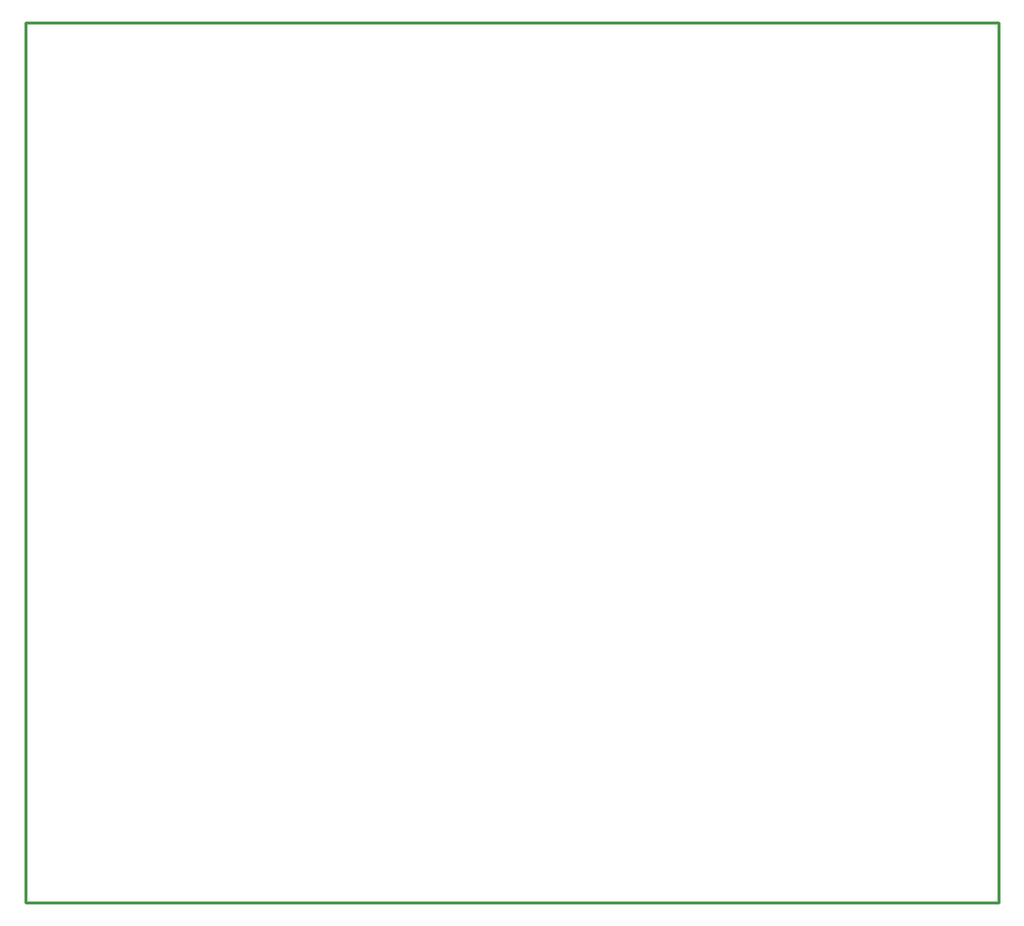
<source format=gko>
G04 Layer: BoardOutlineLayer*
G04 EasyEDA Pro v2.2.40.3, 2025-07-25 22:58:42*
G04 Gerber Generator version 0.3*
G04 Scale: 100 percent, Rotated: No, Reflected: No*
G04 Dimensions in millimeters*
G04 Leading zeros omitted, absolute positions, 4 integers and 5 decimals*
G04 Generated by one-click*
%FSLAX45Y45*%
%MOMM*%
%ADD10C,0.254*%
%ADD11C,0.8069*%
G75*


G04 Rect Start*
G54D10*
G01X0Y-7600000D02*
G01X0Y0D01*
G01X8400000Y0D01*
G01X8400000Y-7600000D01*
G01X0Y-7600000D01*
G04 Rect End*

M02*


</source>
